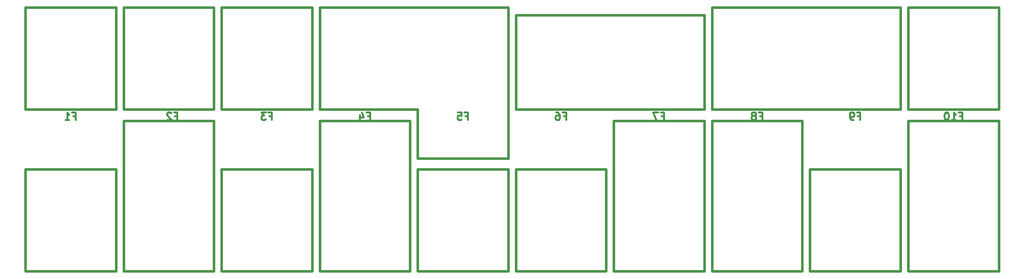
<source format=gbr>
%TF.GenerationSoftware,KiCad,Pcbnew,8.0.2-1*%
%TF.CreationDate,2024-06-10T12:13:13-07:00*%
%TF.ProjectId,FuseBlock,46757365-426c-46f6-936b-2e6b69636164,rev?*%
%TF.SameCoordinates,Original*%
%TF.FileFunction,Legend,Bot*%
%TF.FilePolarity,Positive*%
%FSLAX46Y46*%
G04 Gerber Fmt 4.6, Leading zero omitted, Abs format (unit mm)*
G04 Created by KiCad (PCBNEW 8.0.2-1) date 2024-06-10 12:13:13*
%MOMM*%
%LPD*%
G01*
G04 APERTURE LIST*
%ADD10C,0.300000*%
%ADD11C,0.250000*%
G04 APERTURE END LIST*
D10*
X129000000Y-102500000D02*
X129000000Y-96000000D01*
X129000000Y-104000000D02*
X141000000Y-104000000D01*
X141000000Y-117500000D01*
X129000000Y-117500000D01*
X129000000Y-104000000D01*
X142000000Y-104000000D02*
X154000000Y-104000000D01*
X154000000Y-117500000D01*
X142000000Y-117500000D01*
X142000000Y-104000000D01*
X90000000Y-82500000D02*
X102000000Y-82500000D01*
X102000000Y-96000000D01*
X90000000Y-96000000D01*
X90000000Y-82500000D01*
X77000000Y-82500000D02*
X89000000Y-82500000D01*
X89000000Y-96000000D01*
X77000000Y-96000000D01*
X77000000Y-82500000D01*
X103000000Y-104000000D02*
X115000000Y-104000000D01*
X115000000Y-117500000D01*
X103000000Y-117500000D01*
X103000000Y-104000000D01*
X116000000Y-97500000D02*
X128000000Y-97500000D01*
X128000000Y-117500000D01*
X116000000Y-117500000D01*
X116000000Y-97500000D01*
X168000000Y-97500000D02*
X180000000Y-97500000D01*
X180000000Y-117500000D01*
X168000000Y-117500000D01*
X168000000Y-97500000D01*
X141000000Y-82500000D02*
X141000000Y-102500000D01*
X90000000Y-97500000D02*
X102000000Y-97500000D01*
X102000000Y-117500000D01*
X90000000Y-117500000D01*
X90000000Y-97500000D01*
X116000000Y-82500000D02*
X141000000Y-82500000D01*
X142000000Y-83500000D02*
X167000000Y-83500000D01*
X167000000Y-96000000D01*
X142000000Y-96000000D01*
X142000000Y-83500000D01*
X168000000Y-82500000D02*
X193000000Y-82500000D01*
X193000000Y-96000000D01*
X168000000Y-96000000D01*
X168000000Y-82500000D01*
X141000000Y-102500000D02*
X129000000Y-102500000D01*
X181000000Y-104000000D02*
X193000000Y-104000000D01*
X193000000Y-117500000D01*
X181000000Y-117500000D01*
X181000000Y-104000000D01*
X129000000Y-96000000D02*
X116000000Y-96000000D01*
X194000000Y-82500000D02*
X206000000Y-82500000D01*
X206000000Y-96000000D01*
X194000000Y-96000000D01*
X194000000Y-82500000D01*
X103000000Y-82500000D02*
X115000000Y-82500000D01*
X115000000Y-96000000D01*
X103000000Y-96000000D01*
X103000000Y-82500000D01*
X155000000Y-97500000D02*
X167000000Y-97500000D01*
X167000000Y-117500000D01*
X155000000Y-117500000D01*
X155000000Y-97500000D01*
X194000000Y-97500000D02*
X206000000Y-97500000D01*
X206000000Y-117500000D01*
X194000000Y-117500000D01*
X194000000Y-97500000D01*
X77000000Y-104000000D02*
X89000000Y-104000000D01*
X89000000Y-117500000D01*
X77000000Y-117500000D01*
X77000000Y-104000000D01*
X116000000Y-96000000D02*
X116000000Y-82500000D01*
D11*
X96764098Y-96840809D02*
X97097431Y-96840809D01*
X97097431Y-97364619D02*
X97097431Y-96364619D01*
X97097431Y-96364619D02*
X96621241Y-96364619D01*
X96287907Y-96459857D02*
X96240288Y-96412238D01*
X96240288Y-96412238D02*
X96145050Y-96364619D01*
X96145050Y-96364619D02*
X95906955Y-96364619D01*
X95906955Y-96364619D02*
X95811717Y-96412238D01*
X95811717Y-96412238D02*
X95764098Y-96459857D01*
X95764098Y-96459857D02*
X95716479Y-96555095D01*
X95716479Y-96555095D02*
X95716479Y-96650333D01*
X95716479Y-96650333D02*
X95764098Y-96793190D01*
X95764098Y-96793190D02*
X96335526Y-97364619D01*
X96335526Y-97364619D02*
X95716479Y-97364619D01*
X200764098Y-96840809D02*
X201097431Y-96840809D01*
X201097431Y-97364619D02*
X201097431Y-96364619D01*
X201097431Y-96364619D02*
X200621241Y-96364619D01*
X199716479Y-97364619D02*
X200287907Y-97364619D01*
X200002193Y-97364619D02*
X200002193Y-96364619D01*
X200002193Y-96364619D02*
X200097431Y-96507476D01*
X200097431Y-96507476D02*
X200192669Y-96602714D01*
X200192669Y-96602714D02*
X200287907Y-96650333D01*
X199097431Y-96364619D02*
X199002193Y-96364619D01*
X199002193Y-96364619D02*
X198906955Y-96412238D01*
X198906955Y-96412238D02*
X198859336Y-96459857D01*
X198859336Y-96459857D02*
X198811717Y-96555095D01*
X198811717Y-96555095D02*
X198764098Y-96745571D01*
X198764098Y-96745571D02*
X198764098Y-96983666D01*
X198764098Y-96983666D02*
X198811717Y-97174142D01*
X198811717Y-97174142D02*
X198859336Y-97269380D01*
X198859336Y-97269380D02*
X198906955Y-97317000D01*
X198906955Y-97317000D02*
X199002193Y-97364619D01*
X199002193Y-97364619D02*
X199097431Y-97364619D01*
X199097431Y-97364619D02*
X199192669Y-97317000D01*
X199192669Y-97317000D02*
X199240288Y-97269380D01*
X199240288Y-97269380D02*
X199287907Y-97174142D01*
X199287907Y-97174142D02*
X199335526Y-96983666D01*
X199335526Y-96983666D02*
X199335526Y-96745571D01*
X199335526Y-96745571D02*
X199287907Y-96555095D01*
X199287907Y-96555095D02*
X199240288Y-96459857D01*
X199240288Y-96459857D02*
X199192669Y-96412238D01*
X199192669Y-96412238D02*
X199097431Y-96364619D01*
X109264098Y-96840809D02*
X109597431Y-96840809D01*
X109597431Y-97364619D02*
X109597431Y-96364619D01*
X109597431Y-96364619D02*
X109121241Y-96364619D01*
X108835526Y-96364619D02*
X108216479Y-96364619D01*
X108216479Y-96364619D02*
X108549812Y-96745571D01*
X108549812Y-96745571D02*
X108406955Y-96745571D01*
X108406955Y-96745571D02*
X108311717Y-96793190D01*
X108311717Y-96793190D02*
X108264098Y-96840809D01*
X108264098Y-96840809D02*
X108216479Y-96936047D01*
X108216479Y-96936047D02*
X108216479Y-97174142D01*
X108216479Y-97174142D02*
X108264098Y-97269380D01*
X108264098Y-97269380D02*
X108311717Y-97317000D01*
X108311717Y-97317000D02*
X108406955Y-97364619D01*
X108406955Y-97364619D02*
X108692669Y-97364619D01*
X108692669Y-97364619D02*
X108787907Y-97317000D01*
X108787907Y-97317000D02*
X108835526Y-97269380D01*
X122264098Y-96840809D02*
X122597431Y-96840809D01*
X122597431Y-97364619D02*
X122597431Y-96364619D01*
X122597431Y-96364619D02*
X122121241Y-96364619D01*
X121311717Y-96697952D02*
X121311717Y-97364619D01*
X121549812Y-96317000D02*
X121787907Y-97031285D01*
X121787907Y-97031285D02*
X121168860Y-97031285D01*
X174264098Y-96840809D02*
X174597431Y-96840809D01*
X174597431Y-97364619D02*
X174597431Y-96364619D01*
X174597431Y-96364619D02*
X174121241Y-96364619D01*
X173597431Y-96793190D02*
X173692669Y-96745571D01*
X173692669Y-96745571D02*
X173740288Y-96697952D01*
X173740288Y-96697952D02*
X173787907Y-96602714D01*
X173787907Y-96602714D02*
X173787907Y-96555095D01*
X173787907Y-96555095D02*
X173740288Y-96459857D01*
X173740288Y-96459857D02*
X173692669Y-96412238D01*
X173692669Y-96412238D02*
X173597431Y-96364619D01*
X173597431Y-96364619D02*
X173406955Y-96364619D01*
X173406955Y-96364619D02*
X173311717Y-96412238D01*
X173311717Y-96412238D02*
X173264098Y-96459857D01*
X173264098Y-96459857D02*
X173216479Y-96555095D01*
X173216479Y-96555095D02*
X173216479Y-96602714D01*
X173216479Y-96602714D02*
X173264098Y-96697952D01*
X173264098Y-96697952D02*
X173311717Y-96745571D01*
X173311717Y-96745571D02*
X173406955Y-96793190D01*
X173406955Y-96793190D02*
X173597431Y-96793190D01*
X173597431Y-96793190D02*
X173692669Y-96840809D01*
X173692669Y-96840809D02*
X173740288Y-96888428D01*
X173740288Y-96888428D02*
X173787907Y-96983666D01*
X173787907Y-96983666D02*
X173787907Y-97174142D01*
X173787907Y-97174142D02*
X173740288Y-97269380D01*
X173740288Y-97269380D02*
X173692669Y-97317000D01*
X173692669Y-97317000D02*
X173597431Y-97364619D01*
X173597431Y-97364619D02*
X173406955Y-97364619D01*
X173406955Y-97364619D02*
X173311717Y-97317000D01*
X173311717Y-97317000D02*
X173264098Y-97269380D01*
X173264098Y-97269380D02*
X173216479Y-97174142D01*
X173216479Y-97174142D02*
X173216479Y-96983666D01*
X173216479Y-96983666D02*
X173264098Y-96888428D01*
X173264098Y-96888428D02*
X173311717Y-96840809D01*
X173311717Y-96840809D02*
X173406955Y-96793190D01*
X135264098Y-96840809D02*
X135597431Y-96840809D01*
X135597431Y-97364619D02*
X135597431Y-96364619D01*
X135597431Y-96364619D02*
X135121241Y-96364619D01*
X134264098Y-96364619D02*
X134740288Y-96364619D01*
X134740288Y-96364619D02*
X134787907Y-96840809D01*
X134787907Y-96840809D02*
X134740288Y-96793190D01*
X134740288Y-96793190D02*
X134645050Y-96745571D01*
X134645050Y-96745571D02*
X134406955Y-96745571D01*
X134406955Y-96745571D02*
X134311717Y-96793190D01*
X134311717Y-96793190D02*
X134264098Y-96840809D01*
X134264098Y-96840809D02*
X134216479Y-96936047D01*
X134216479Y-96936047D02*
X134216479Y-97174142D01*
X134216479Y-97174142D02*
X134264098Y-97269380D01*
X134264098Y-97269380D02*
X134311717Y-97317000D01*
X134311717Y-97317000D02*
X134406955Y-97364619D01*
X134406955Y-97364619D02*
X134645050Y-97364619D01*
X134645050Y-97364619D02*
X134740288Y-97317000D01*
X134740288Y-97317000D02*
X134787907Y-97269380D01*
X83264098Y-96840809D02*
X83597431Y-96840809D01*
X83597431Y-97364619D02*
X83597431Y-96364619D01*
X83597431Y-96364619D02*
X83121241Y-96364619D01*
X82216479Y-97364619D02*
X82787907Y-97364619D01*
X82502193Y-97364619D02*
X82502193Y-96364619D01*
X82502193Y-96364619D02*
X82597431Y-96507476D01*
X82597431Y-96507476D02*
X82692669Y-96602714D01*
X82692669Y-96602714D02*
X82787907Y-96650333D01*
X148264098Y-96840809D02*
X148597431Y-96840809D01*
X148597431Y-97364619D02*
X148597431Y-96364619D01*
X148597431Y-96364619D02*
X148121241Y-96364619D01*
X147311717Y-96364619D02*
X147502193Y-96364619D01*
X147502193Y-96364619D02*
X147597431Y-96412238D01*
X147597431Y-96412238D02*
X147645050Y-96459857D01*
X147645050Y-96459857D02*
X147740288Y-96602714D01*
X147740288Y-96602714D02*
X147787907Y-96793190D01*
X147787907Y-96793190D02*
X147787907Y-97174142D01*
X147787907Y-97174142D02*
X147740288Y-97269380D01*
X147740288Y-97269380D02*
X147692669Y-97317000D01*
X147692669Y-97317000D02*
X147597431Y-97364619D01*
X147597431Y-97364619D02*
X147406955Y-97364619D01*
X147406955Y-97364619D02*
X147311717Y-97317000D01*
X147311717Y-97317000D02*
X147264098Y-97269380D01*
X147264098Y-97269380D02*
X147216479Y-97174142D01*
X147216479Y-97174142D02*
X147216479Y-96936047D01*
X147216479Y-96936047D02*
X147264098Y-96840809D01*
X147264098Y-96840809D02*
X147311717Y-96793190D01*
X147311717Y-96793190D02*
X147406955Y-96745571D01*
X147406955Y-96745571D02*
X147597431Y-96745571D01*
X147597431Y-96745571D02*
X147692669Y-96793190D01*
X147692669Y-96793190D02*
X147740288Y-96840809D01*
X147740288Y-96840809D02*
X147787907Y-96936047D01*
X161264098Y-96840809D02*
X161597431Y-96840809D01*
X161597431Y-97364619D02*
X161597431Y-96364619D01*
X161597431Y-96364619D02*
X161121241Y-96364619D01*
X160835526Y-96364619D02*
X160168860Y-96364619D01*
X160168860Y-96364619D02*
X160597431Y-97364619D01*
X187264098Y-96840809D02*
X187597431Y-96840809D01*
X187597431Y-97364619D02*
X187597431Y-96364619D01*
X187597431Y-96364619D02*
X187121241Y-96364619D01*
X186692669Y-97364619D02*
X186502193Y-97364619D01*
X186502193Y-97364619D02*
X186406955Y-97317000D01*
X186406955Y-97317000D02*
X186359336Y-97269380D01*
X186359336Y-97269380D02*
X186264098Y-97126523D01*
X186264098Y-97126523D02*
X186216479Y-96936047D01*
X186216479Y-96936047D02*
X186216479Y-96555095D01*
X186216479Y-96555095D02*
X186264098Y-96459857D01*
X186264098Y-96459857D02*
X186311717Y-96412238D01*
X186311717Y-96412238D02*
X186406955Y-96364619D01*
X186406955Y-96364619D02*
X186597431Y-96364619D01*
X186597431Y-96364619D02*
X186692669Y-96412238D01*
X186692669Y-96412238D02*
X186740288Y-96459857D01*
X186740288Y-96459857D02*
X186787907Y-96555095D01*
X186787907Y-96555095D02*
X186787907Y-96793190D01*
X186787907Y-96793190D02*
X186740288Y-96888428D01*
X186740288Y-96888428D02*
X186692669Y-96936047D01*
X186692669Y-96936047D02*
X186597431Y-96983666D01*
X186597431Y-96983666D02*
X186406955Y-96983666D01*
X186406955Y-96983666D02*
X186311717Y-96936047D01*
X186311717Y-96936047D02*
X186264098Y-96888428D01*
X186264098Y-96888428D02*
X186216479Y-96793190D01*
M02*

</source>
